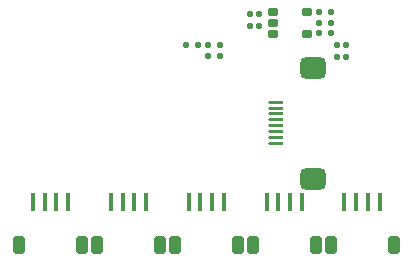
<source format=gtp>
G04*
G04 #@! TF.GenerationSoftware,Altium Limited,Altium Designer,22.0.2 (36)*
G04*
G04 Layer_Color=8421504*
%FSLAX25Y25*%
%MOIN*%
G70*
G04*
G04 #@! TF.SameCoordinates,5C43ECB9-E52E-4D68-B8B3-2A23C74EF960*
G04*
G04*
G04 #@! TF.FilePolarity,Positive*
G04*
G01*
G75*
G04:AMPARAMS|DCode=13|XSize=86mil|YSize=72mil|CornerRadius=18mil|HoleSize=0mil|Usage=FLASHONLY|Rotation=0.000|XOffset=0mil|YOffset=0mil|HoleType=Round|Shape=RoundedRectangle|*
%AMROUNDEDRECTD13*
21,1,0.08600,0.03600,0,0,0.0*
21,1,0.05000,0.07200,0,0,0.0*
1,1,0.03600,0.02500,-0.01800*
1,1,0.03600,-0.02500,-0.01800*
1,1,0.03600,-0.02500,0.01800*
1,1,0.03600,0.02500,0.01800*
%
%ADD13ROUNDEDRECTD13*%
G04:AMPARAMS|DCode=14|XSize=39.37mil|YSize=59.06mil|CornerRadius=9.84mil|HoleSize=0mil|Usage=FLASHONLY|Rotation=180.000|XOffset=0mil|YOffset=0mil|HoleType=Round|Shape=RoundedRectangle|*
%AMROUNDEDRECTD14*
21,1,0.03937,0.03937,0,0,180.0*
21,1,0.01968,0.05906,0,0,180.0*
1,1,0.01968,-0.00984,0.01968*
1,1,0.01968,0.00984,0.01968*
1,1,0.01968,0.00984,-0.01968*
1,1,0.01968,-0.00984,-0.01968*
%
%ADD14ROUNDEDRECTD14*%
G04:AMPARAMS|DCode=15|XSize=20mil|YSize=20mil|CornerRadius=5mil|HoleSize=0mil|Usage=FLASHONLY|Rotation=0.000|XOffset=0mil|YOffset=0mil|HoleType=Round|Shape=RoundedRectangle|*
%AMROUNDEDRECTD15*
21,1,0.02000,0.01000,0,0,0.0*
21,1,0.01000,0.02000,0,0,0.0*
1,1,0.01000,0.00500,-0.00500*
1,1,0.01000,-0.00500,-0.00500*
1,1,0.01000,-0.00500,0.00500*
1,1,0.01000,0.00500,0.00500*
%
%ADD15ROUNDEDRECTD15*%
G04:AMPARAMS|DCode=16|XSize=23.62mil|YSize=35mil|CornerRadius=5.91mil|HoleSize=0mil|Usage=FLASHONLY|Rotation=90.000|XOffset=0mil|YOffset=0mil|HoleType=Round|Shape=RoundedRectangle|*
%AMROUNDEDRECTD16*
21,1,0.02362,0.02319,0,0,90.0*
21,1,0.01181,0.03500,0,0,90.0*
1,1,0.01181,0.01159,0.00591*
1,1,0.01181,0.01159,-0.00591*
1,1,0.01181,-0.01159,-0.00591*
1,1,0.01181,-0.01159,0.00591*
%
%ADD16ROUNDEDRECTD16*%
G04:AMPARAMS|DCode=17|XSize=20mil|YSize=20mil|CornerRadius=5mil|HoleSize=0mil|Usage=FLASHONLY|Rotation=270.000|XOffset=0mil|YOffset=0mil|HoleType=Round|Shape=RoundedRectangle|*
%AMROUNDEDRECTD17*
21,1,0.02000,0.01000,0,0,270.0*
21,1,0.01000,0.02000,0,0,270.0*
1,1,0.01000,-0.00500,-0.00500*
1,1,0.01000,-0.00500,0.00500*
1,1,0.01000,0.00500,0.00500*
1,1,0.01000,0.00500,-0.00500*
%
%ADD17ROUNDEDRECTD17*%
G04:AMPARAMS|DCode=18|XSize=50mil|YSize=10mil|CornerRadius=2.5mil|HoleSize=0mil|Usage=FLASHONLY|Rotation=180.000|XOffset=0mil|YOffset=0mil|HoleType=Round|Shape=RoundedRectangle|*
%AMROUNDEDRECTD18*
21,1,0.05000,0.00500,0,0,180.0*
21,1,0.04500,0.01000,0,0,180.0*
1,1,0.00500,-0.02250,0.00250*
1,1,0.00500,0.02250,0.00250*
1,1,0.00500,0.02250,-0.00250*
1,1,0.00500,-0.02250,-0.00250*
%
%ADD18ROUNDEDRECTD18*%
G04:AMPARAMS|DCode=19|XSize=15.75mil|YSize=59.06mil|CornerRadius=3.94mil|HoleSize=0mil|Usage=FLASHONLY|Rotation=0.000|XOffset=0mil|YOffset=0mil|HoleType=Round|Shape=RoundedRectangle|*
%AMROUNDEDRECTD19*
21,1,0.01575,0.05118,0,0,0.0*
21,1,0.00787,0.05906,0,0,0.0*
1,1,0.00787,0.00394,-0.02559*
1,1,0.00787,-0.00394,-0.02559*
1,1,0.00787,-0.00394,0.02559*
1,1,0.00787,0.00394,0.02559*
%
%ADD19ROUNDEDRECTD19*%
D13*
X35500Y64563D02*
D03*
Y27437D02*
D03*
D14*
X62366Y5300D02*
D03*
X41429D02*
D03*
X36398D02*
D03*
X15461D02*
D03*
X10429D02*
D03*
X-10508D02*
D03*
X-15539D02*
D03*
X-36476D02*
D03*
X-41508D02*
D03*
X-62445D02*
D03*
D15*
X43500Y72000D02*
D03*
Y68000D02*
D03*
X46500D02*
D03*
Y72000D02*
D03*
X17500Y78500D02*
D03*
Y82500D02*
D03*
X14500Y78500D02*
D03*
Y82500D02*
D03*
D16*
X22095Y75760D02*
D03*
Y79500D02*
D03*
Y83240D02*
D03*
X33494D02*
D03*
Y75760D02*
D03*
D17*
X-7000Y72000D02*
D03*
X-3000D02*
D03*
X4500D02*
D03*
X500D02*
D03*
X4500Y68500D02*
D03*
X500D02*
D03*
X41500Y83000D02*
D03*
X37500D02*
D03*
X41500Y79500D02*
D03*
X37500D02*
D03*
X41500Y76000D02*
D03*
X37500D02*
D03*
D18*
X23100Y52890D02*
D03*
Y50921D02*
D03*
Y48953D02*
D03*
Y46984D02*
D03*
Y45016D02*
D03*
Y43047D02*
D03*
Y41079D02*
D03*
Y39110D02*
D03*
D19*
X57803Y19800D02*
D03*
X53866D02*
D03*
X49929D02*
D03*
X45992D02*
D03*
X31835D02*
D03*
X27898D02*
D03*
X23961D02*
D03*
X20024D02*
D03*
X5866D02*
D03*
X1929D02*
D03*
X-2008D02*
D03*
X-5945D02*
D03*
X-46071D02*
D03*
X-50008D02*
D03*
X-53945D02*
D03*
X-57882D02*
D03*
X-20102D02*
D03*
X-24039D02*
D03*
X-27976D02*
D03*
X-31913D02*
D03*
M02*

</source>
